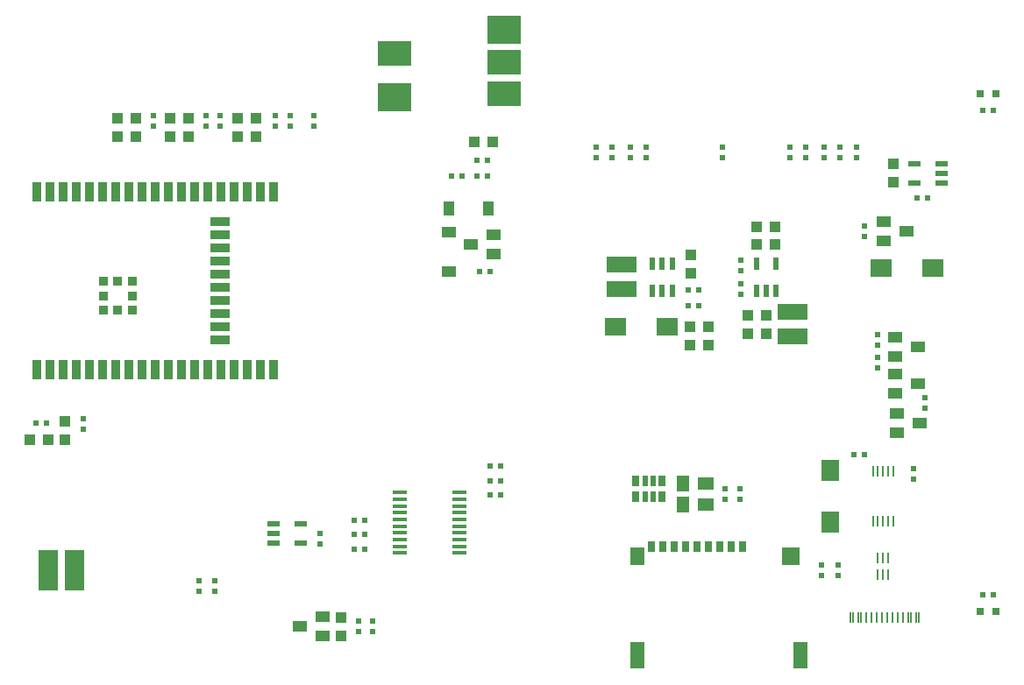
<source format=gbr>
G04 #@! TF.GenerationSoftware,KiCad,Pcbnew,5.1.0-rc2-unknown-036be7d~80~ubuntu16.04.1*
G04 #@! TF.CreationDate,2023-05-05T15:17:37+03:00*
G04 #@! TF.ProjectId,ESP32-SBC-FabGL_Rev_A,45535033-322d-4534-9243-2d466162474c,A*
G04 #@! TF.SameCoordinates,Original*
G04 #@! TF.FileFunction,Paste,Top*
G04 #@! TF.FilePolarity,Positive*
%FSLAX46Y46*%
G04 Gerber Fmt 4.6, Leading zero omitted, Abs format (unit mm)*
G04 Created by KiCad (PCBNEW 5.1.0-rc2-unknown-036be7d~80~ubuntu16.04.1) date 2023-05-05 15:17:37*
%MOMM*%
%LPD*%
G04 APERTURE LIST*
%ADD10R,3.253999X2.354000*%
%ADD11R,3.253999X2.754000*%
%ADD12R,1.016000X1.016000*%
%ADD13R,0.500000X0.550000*%
%ADD14R,0.800000X0.800000*%
%ADD15R,1.700000X2.000000*%
%ADD16R,2.000000X1.700000*%
%ADD17R,1.400000X1.000000*%
%ADD18R,3.000000X1.600000*%
%ADD19R,1.270000X1.524000*%
%ADD20R,1.400000X2.600000*%
%ADD21R,1.800000X1.800000*%
%ADD22R,1.400000X1.800000*%
%ADD23R,0.700000X1.100000*%
%ADD24R,0.550000X0.500000*%
%ADD25R,0.508000X1.016000*%
%ADD26R,0.762000X1.016000*%
%ADD27R,0.230000X1.130000*%
%ADD28R,0.280000X1.130000*%
%ADD29R,1.524000X1.270000*%
%ADD30R,1.000000X1.400000*%
%ADD31R,1.400000X0.350000*%
%ADD32R,1.200000X0.550000*%
%ADD33R,0.230000X0.980000*%
%ADD34R,0.550000X1.200000*%
%ADD35R,0.900000X0.900000*%
%ADD36R,0.901600X1.901600*%
%ADD37R,1.901600X0.901600*%
%ADD38R,1.905000X3.937000*%
G04 APERTURE END LIST*
D10*
X153300000Y-53900000D03*
X142700000Y-53100000D03*
X153300000Y-57000000D03*
D11*
X142700000Y-57300000D03*
X153300000Y-50800000D03*
D12*
X177673000Y-71501000D03*
X179451000Y-71501000D03*
X171323000Y-74295000D03*
X171323000Y-72517000D03*
X178562000Y-78359000D03*
X178562000Y-80137000D03*
X176784000Y-78359000D03*
X176784000Y-80137000D03*
D13*
X109093000Y-88773000D03*
X108077000Y-88773000D03*
D12*
X110871000Y-90424000D03*
X110871000Y-88646000D03*
D14*
X200762000Y-57000000D03*
X199238000Y-57000000D03*
D15*
X184785000Y-93385000D03*
X184785000Y-98385000D03*
D16*
X189651000Y-73787000D03*
X194651000Y-73787000D03*
D17*
X189900560Y-69281040D03*
X189900560Y-71183500D03*
X192110360Y-70228460D03*
X135727441Y-109407960D03*
X135727441Y-107505500D03*
X133517641Y-108460540D03*
D18*
X164592000Y-73476000D03*
X164592000Y-75876000D03*
X181102000Y-80448000D03*
X181102000Y-78048000D03*
D19*
X170561000Y-94615000D03*
X170561000Y-96647000D03*
D20*
X166150000Y-111230000D03*
X181850000Y-111230000D03*
D21*
X180950000Y-101630000D03*
D22*
X166150000Y-101630000D03*
D23*
X167450000Y-100750000D03*
X168550000Y-100750000D03*
X169650000Y-100750000D03*
X170750000Y-100750000D03*
X171850000Y-100750000D03*
X172950000Y-100750000D03*
X174050000Y-100750000D03*
X175150000Y-100750000D03*
X176250000Y-100750000D03*
D14*
X200762000Y-107000000D03*
X199238000Y-107000000D03*
D13*
X199517000Y-105410000D03*
X200533000Y-105410000D03*
D24*
X188087000Y-70739000D03*
X188087000Y-69723000D03*
D13*
X199517000Y-58547000D03*
X200533000Y-58547000D03*
X194183000Y-67056000D03*
X193167000Y-67056000D03*
D24*
X192786000Y-93218000D03*
X192786000Y-94234000D03*
X176149000Y-76327000D03*
X176149000Y-75311000D03*
X176149000Y-73025000D03*
X176149000Y-74041000D03*
D13*
X139827000Y-98171000D03*
X138811000Y-98171000D03*
X138811000Y-99568000D03*
X139827000Y-99568000D03*
X151892000Y-92964000D03*
X152908000Y-92964000D03*
X152908000Y-94361000D03*
X151892000Y-94361000D03*
D24*
X165481000Y-62103000D03*
X165481000Y-63119000D03*
X163703000Y-62103000D03*
X163703000Y-63119000D03*
X167005000Y-63119000D03*
X167005000Y-62103000D03*
X162179000Y-63119000D03*
X162179000Y-62103000D03*
D12*
X115951000Y-61087000D03*
X115951000Y-59309000D03*
X117729000Y-61087000D03*
X117729000Y-59309000D03*
X121031000Y-61087000D03*
X121031000Y-59309000D03*
X122809000Y-61087000D03*
X122809000Y-59309000D03*
D24*
X140589000Y-107950000D03*
X140589000Y-108966000D03*
X139192000Y-108966000D03*
X139192000Y-107950000D03*
X123825000Y-105029000D03*
X123825000Y-104013000D03*
X184150000Y-62103000D03*
X184150000Y-63119000D03*
X182372000Y-62103000D03*
X182372000Y-63119000D03*
X185674000Y-63119000D03*
X185674000Y-62103000D03*
X180848000Y-63119000D03*
X180848000Y-62103000D03*
X125349000Y-105029000D03*
X125349000Y-104013000D03*
D13*
X150876000Y-74167999D03*
X151892000Y-74167999D03*
X151638000Y-63373000D03*
X150622000Y-63373000D03*
D24*
X132588000Y-60071000D03*
X132588000Y-59055000D03*
D13*
X148209000Y-64897000D03*
X149225000Y-64897000D03*
D25*
X166878000Y-94361000D03*
X167640000Y-94361000D03*
X166878000Y-95885000D03*
X167640000Y-95885000D03*
D26*
X165989000Y-94361000D03*
X165989000Y-95885000D03*
X168529000Y-94361000D03*
X168529000Y-95885000D03*
D24*
X124460000Y-59055000D03*
X124460000Y-60071000D03*
X134874000Y-59055000D03*
X134874000Y-60071000D03*
D27*
X188250000Y-107568000D03*
X188750000Y-107568000D03*
X189250000Y-107568000D03*
X191750000Y-107568000D03*
X190250000Y-107568000D03*
X191250000Y-107568000D03*
X190750000Y-107568000D03*
X189750000Y-107568000D03*
D28*
X187725000Y-107568000D03*
X192275000Y-107568000D03*
X187475000Y-107568000D03*
X192525000Y-107568000D03*
X186925000Y-107568000D03*
X193075000Y-107568000D03*
X186675000Y-107568000D03*
X193325000Y-107568000D03*
D13*
X139827000Y-100965000D03*
X138811000Y-100965000D03*
D12*
X190881000Y-65532000D03*
X190881000Y-63754000D03*
D13*
X187071000Y-91821000D03*
X188087000Y-91821000D03*
D12*
X177673000Y-69850000D03*
X179451000Y-69850000D03*
X172974000Y-81280000D03*
X172974000Y-79502000D03*
X171196000Y-81280000D03*
X171196000Y-79502000D03*
D13*
X151892000Y-95758000D03*
X152908000Y-95758000D03*
D24*
X174371000Y-62103000D03*
X174371000Y-63119000D03*
D12*
X107442000Y-90424000D03*
X109220000Y-90424000D03*
X137541000Y-109346999D03*
X137541000Y-107568999D03*
D24*
X187325000Y-63119000D03*
X187325000Y-62103000D03*
D12*
X152146000Y-61595000D03*
X150368000Y-61595000D03*
D13*
X151638000Y-64897000D03*
X150622000Y-64897000D03*
D29*
X172720000Y-94615000D03*
X172720000Y-96647000D03*
D16*
X168997000Y-79502000D03*
X163997000Y-79502000D03*
D17*
X193378000Y-88773000D03*
X191178000Y-89723000D03*
X191178000Y-87823000D03*
X147955000Y-74168000D03*
X147955000Y-70368000D03*
D30*
X151755000Y-68072000D03*
X147955000Y-68072000D03*
D17*
X152237440Y-72450960D03*
X152237440Y-70548500D03*
X150027640Y-71503540D03*
D13*
X171069000Y-77470000D03*
X172085000Y-77470000D03*
D24*
X189357000Y-80264000D03*
X189357000Y-81280000D03*
D13*
X172085000Y-75946000D03*
X171069000Y-75946000D03*
D31*
X148950000Y-101350000D03*
X148950000Y-100700000D03*
X148950000Y-100050000D03*
X148950000Y-99400000D03*
X148950000Y-98750000D03*
X148950000Y-98100000D03*
X148950000Y-97450000D03*
X148950000Y-96800000D03*
X148950000Y-96150000D03*
X148950000Y-95500000D03*
X143150000Y-95500000D03*
X143150000Y-96150000D03*
X143150000Y-96800000D03*
X143150000Y-97450000D03*
X143150000Y-98100000D03*
X143150000Y-98750000D03*
X143150000Y-99400000D03*
X143150000Y-100050000D03*
X143150000Y-100700000D03*
X143150000Y-101350000D03*
D32*
X195483000Y-65593000D03*
X195483000Y-64643000D03*
X195483000Y-63693000D03*
X192883000Y-65593000D03*
X192883000Y-63693000D03*
D33*
X189865000Y-101806000D03*
X189365000Y-101806000D03*
X190365000Y-101806000D03*
X189365000Y-103426000D03*
X189865000Y-103426000D03*
X190365000Y-103426000D03*
X188865000Y-93485000D03*
X189365000Y-93485000D03*
X189865000Y-93485000D03*
X190365000Y-93485000D03*
X190865000Y-93485000D03*
X190865000Y-98285000D03*
X190365000Y-98285000D03*
X189865000Y-98285000D03*
X189365000Y-98285000D03*
X188865000Y-98285000D03*
D34*
X177612001Y-75976000D03*
X178562001Y-75976000D03*
X179512001Y-75976000D03*
X177612001Y-73376000D03*
X179512001Y-73376000D03*
X167579000Y-75976100D03*
X168529000Y-75976100D03*
X169479000Y-75976100D03*
X169479000Y-73375900D03*
X168529000Y-73375900D03*
X167579000Y-73375900D03*
D35*
X115940000Y-75100000D03*
X115940000Y-77900000D03*
X117340000Y-76500000D03*
X114540000Y-77900000D03*
D36*
X108140000Y-66400000D03*
X109410000Y-66400000D03*
X110680000Y-66400000D03*
X111950000Y-66400000D03*
X113220000Y-66400000D03*
X114490000Y-66400000D03*
X115760000Y-66400000D03*
X117030000Y-66400000D03*
X118300000Y-66400000D03*
X119570000Y-66400000D03*
X120840000Y-66400000D03*
X122110000Y-66400000D03*
X123380000Y-66400000D03*
X124650000Y-66400000D03*
D37*
X125800000Y-69285000D03*
X125800000Y-70555000D03*
X125800000Y-71825000D03*
X125800000Y-73095000D03*
X125800000Y-74365000D03*
X125800000Y-75635000D03*
X125800000Y-76905000D03*
X125800000Y-78175000D03*
X125800000Y-79445000D03*
X125800000Y-80715000D03*
D36*
X124650000Y-83600000D03*
X123380000Y-83600000D03*
X122110000Y-83600000D03*
X120840000Y-83600000D03*
X119570000Y-83600000D03*
X118300000Y-83600000D03*
X117030000Y-83600000D03*
X115760000Y-83600000D03*
X114490000Y-83600000D03*
X113220000Y-83600000D03*
X111950000Y-83600000D03*
X110680000Y-83600000D03*
X109410000Y-83600000D03*
X108140000Y-83600000D03*
D35*
X114540000Y-76500000D03*
D36*
X129730000Y-83600000D03*
X128460000Y-83600000D03*
X127190000Y-83600000D03*
X125920000Y-83600000D03*
X131000000Y-83600000D03*
X131000000Y-66400000D03*
X125920000Y-66400000D03*
X127190000Y-66400000D03*
X128460000Y-66400000D03*
X129730000Y-66400000D03*
D35*
X117340000Y-77900000D03*
X114540000Y-75100000D03*
X117340000Y-75100000D03*
D24*
X112649000Y-88392000D03*
X112649000Y-89408000D03*
D12*
X127508000Y-61087000D03*
X127508000Y-59309000D03*
X129286000Y-61087000D03*
X129286000Y-59309000D03*
D24*
X176022000Y-96139000D03*
X176022000Y-95123000D03*
X174625000Y-96139000D03*
X174625000Y-95123000D03*
X125857000Y-59055000D03*
X125857000Y-60071000D03*
X131191000Y-59055000D03*
X131191000Y-60071000D03*
X119380000Y-59055000D03*
X119380000Y-60071000D03*
X135509000Y-99441000D03*
X135509000Y-100457000D03*
D32*
X133634000Y-100391000D03*
X133634000Y-98491000D03*
X131034000Y-100391000D03*
X131034000Y-99441000D03*
X131034000Y-98491000D03*
D17*
X191043560Y-80457040D03*
X191043560Y-82359500D03*
X193253360Y-81404460D03*
X193253360Y-84960460D03*
X191043560Y-85915500D03*
X191043560Y-84013040D03*
D24*
X193929000Y-86360000D03*
X193929000Y-87376000D03*
X189357000Y-82423000D03*
X189357000Y-83439000D03*
D38*
X109230000Y-103000000D03*
X111770000Y-103000000D03*
D24*
X183896000Y-102489000D03*
X183896000Y-103505000D03*
X185547000Y-103505000D03*
X185547000Y-102489000D03*
M02*

</source>
